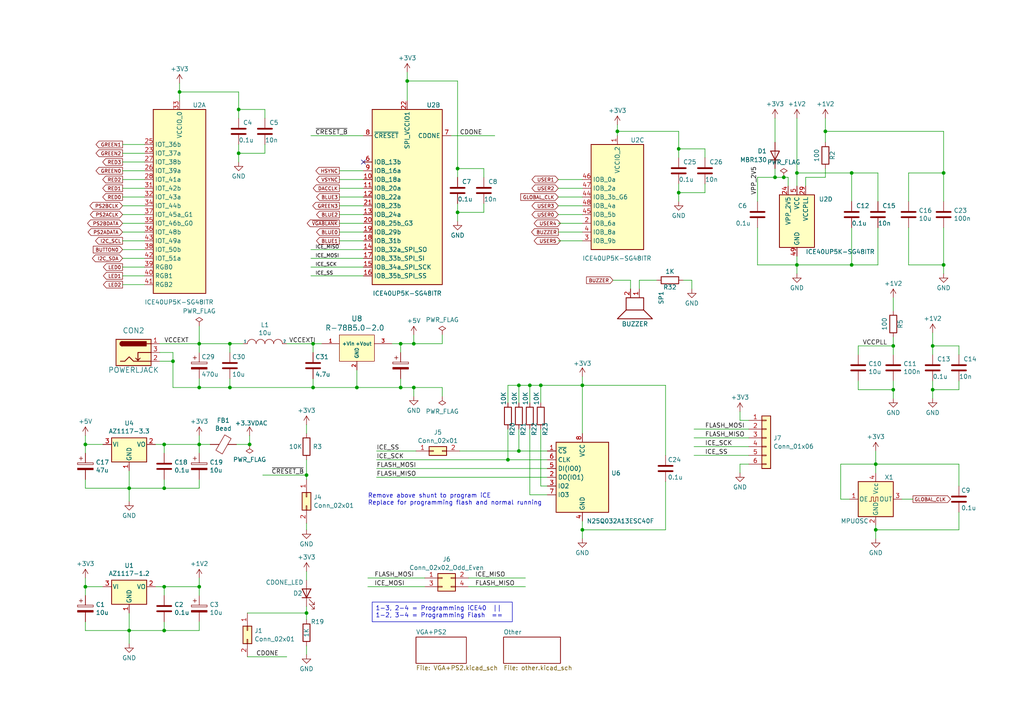
<source format=kicad_sch>
(kicad_sch (version 20230121) (generator eeschema)
  (paper "A4")
  (junction (at 273.685 76.835))
  (junction (at 147.32 133.35))
  (junction (at 227.33 51.435))
  (junction (at 47.625 182.88))
  (junction (at 24.765 170.18))
  (junction (at 259.08 100.33))
  (junction (at 168.91 111.76))
  (junction (at 57.785 170.18))
  (junction (at 57.785 99.695))
  (junction (at 66.675 99.695))
  (junction (at 90.805 99.695))
  (junction (at 224.79 51.435))
  (junction (at 247.015 50.165))
  (junction (at 72.39 128.905))
  (junction (at 66.675 112.395))
  (junction (at 239.395 38.1))
  (junction (at 47.625 170.18))
  (junction (at 47.625 128.905))
  (junction (at 150.495 111.76))
  (junction (at 132.715 61.595))
  (junction (at 24.765 128.905))
  (junction (at 118.11 23.495))
  (junction (at 231.14 50.165))
  (junction (at 150.495 130.81))
  (junction (at 259.08 113.03))
  (junction (at 179.07 38.1))
  (junction (at 196.85 43.18))
  (junction (at 50.165 104.775))
  (junction (at 52.07 26.67))
  (junction (at 88.9 177.8))
  (junction (at 120.015 112.395))
  (junction (at 273.685 50.165))
  (junction (at 254 134.62))
  (junction (at 90.805 112.395))
  (junction (at 88.9 137.795))
  (junction (at 116.205 99.695))
  (junction (at 196.85 55.88))
  (junction (at 156.845 111.76))
  (junction (at 69.215 31.75))
  (junction (at 69.215 44.45))
  (junction (at 231.14 76.835))
  (junction (at 132.715 48.895))
  (junction (at 116.205 112.395))
  (junction (at 120.015 99.695))
  (junction (at 168.91 153.67))
  (junction (at 37.465 182.88))
  (junction (at 247.015 76.835))
  (junction (at 103.505 112.395))
  (junction (at 57.785 112.395))
  (junction (at 153.67 111.76))
  (junction (at 270.51 100.33))
  (junction (at 254 153.67))
  (junction (at 57.785 128.905))
  (junction (at 37.465 141.605))
  (junction (at 270.51 113.03))
  (junction (at 47.625 141.605))
  (no_connect (at 105.41 46.99))
  (wire (pts (xy 35.56 77.47) (xy 41.91 77.47)))
  (wire (pts (xy 90.17 39.37) (xy 105.41 39.37)))
  (wire (pts (xy 66.675 99.695) (xy 66.675 102.235)))
  (wire (pts (xy 57.785 180.34) (xy 57.785 182.88)))
  (wire (pts (xy 35.56 64.77) (xy 41.91 64.77)))
  (wire (pts (xy 120.015 112.395) (xy 120.015 114.935)))
  (wire (pts (xy 179.07 36.195) (xy 179.07 38.1)))
  (wire (pts (xy 37.465 177.8) (xy 37.465 182.88)))
  (wire (pts (xy 278.13 102.87) (xy 278.13 100.33)))
  (wire (pts (xy 88.9 177.8) (xy 71.755 177.8)))
  (wire (pts (xy 161.925 57.15) (xy 168.91 57.15)))
  (wire (pts (xy 41.91 72.39) (xy 35.56 72.39)))
  (wire (pts (xy 201.295 132.08) (xy 217.17 132.08)))
  (wire (pts (xy 270.51 100.33) (xy 278.13 100.33)))
  (wire (pts (xy 147.32 133.35) (xy 158.75 133.35)))
  (wire (pts (xy 29.845 170.18) (xy 24.765 170.18)))
  (wire (pts (xy 46.355 102.235) (xy 50.165 102.235)))
  (wire (pts (xy 88.9 133.35) (xy 88.9 137.795)))
  (wire (pts (xy 37.465 141.605) (xy 37.465 145.415)))
  (wire (pts (xy 103.505 112.395) (xy 116.205 112.395)))
  (wire (pts (xy 196.85 43.18) (xy 204.47 43.18)))
  (wire (pts (xy 120.015 112.395) (xy 128.27 112.395)))
  (wire (pts (xy 233.68 51.435) (xy 239.395 51.435)))
  (wire (pts (xy 248.92 100.33) (xy 259.08 100.33)))
  (wire (pts (xy 98.425 62.23) (xy 105.41 62.23)))
  (wire (pts (xy 52.07 24.13) (xy 52.07 26.67)))
  (wire (pts (xy 259.08 86.36) (xy 259.08 90.17)))
  (wire (pts (xy 130.81 39.37) (xy 143.51 39.37)))
  (wire (pts (xy 239.395 38.1) (xy 239.395 41.275)))
  (wire (pts (xy 90.805 112.395) (xy 90.805 109.855)))
  (wire (pts (xy 76.2 137.795) (xy 88.9 137.795)))
  (wire (pts (xy 214.63 134.62) (xy 217.17 134.62)))
  (wire (pts (xy 57.785 131.445) (xy 57.785 128.905)))
  (wire (pts (xy 231.14 76.835) (xy 247.015 76.835)))
  (wire (pts (xy 228.6 51.435) (xy 227.33 51.435)))
  (wire (pts (xy 98.425 52.07) (xy 105.41 52.07)))
  (wire (pts (xy 270.51 96.52) (xy 270.51 100.33)))
  (wire (pts (xy 156.845 124.46) (xy 156.845 140.97)))
  (wire (pts (xy 69.215 44.45) (xy 69.215 41.91)))
  (wire (pts (xy 254 134.62) (xy 254 137.16)))
  (wire (pts (xy 88.9 187.325) (xy 88.9 189.865)))
  (wire (pts (xy 90.805 99.695) (xy 90.805 102.235)))
  (wire (pts (xy 98.425 57.15) (xy 105.41 57.15)))
  (wire (pts (xy 57.785 99.695) (xy 57.785 102.235)))
  (wire (pts (xy 239.395 38.1) (xy 273.685 38.1)))
  (wire (pts (xy 98.425 59.69) (xy 105.41 59.69)))
  (wire (pts (xy 106.68 167.64) (xy 123.19 167.64)))
  (wire (pts (xy 66.675 112.395) (xy 90.805 112.395)))
  (wire (pts (xy 161.925 64.77) (xy 168.91 64.77)))
  (wire (pts (xy 259.08 110.49) (xy 259.08 113.03)))
  (wire (pts (xy 263.525 66.04) (xy 263.525 76.835)))
  (wire (pts (xy 35.56 49.53) (xy 41.91 49.53)))
  (wire (pts (xy 214.63 137.16) (xy 214.63 134.62)))
  (wire (pts (xy 196.85 55.88) (xy 204.47 55.88)))
  (wire (pts (xy 278.13 110.49) (xy 278.13 113.03)))
  (wire (pts (xy 45.085 170.18) (xy 47.625 170.18)))
  (wire (pts (xy 37.465 182.88) (xy 24.765 182.88)))
  (wire (pts (xy 147.32 111.76) (xy 150.495 111.76)))
  (wire (pts (xy 66.675 99.695) (xy 70.485 99.695)))
  (wire (pts (xy 132.715 48.895) (xy 132.715 51.435)))
  (wire (pts (xy 161.925 62.23) (xy 168.91 62.23)))
  (wire (pts (xy 76.835 41.91) (xy 76.835 44.45)))
  (wire (pts (xy 35.56 52.07) (xy 41.91 52.07)))
  (wire (pts (xy 156.845 140.97) (xy 158.75 140.97)))
  (wire (pts (xy 88.9 123.19) (xy 88.9 125.73)))
  (wire (pts (xy 98.425 69.85) (xy 105.41 69.85)))
  (wire (pts (xy 278.13 140.97) (xy 278.13 134.62)))
  (wire (pts (xy 37.465 182.88) (xy 37.465 186.69)))
  (wire (pts (xy 57.785 99.695) (xy 66.675 99.695)))
  (wire (pts (xy 47.625 139.065) (xy 47.625 141.605)))
  (wire (pts (xy 224.79 34.29) (xy 224.79 41.275)))
  (wire (pts (xy 259.08 113.03) (xy 259.08 115.57)))
  (wire (pts (xy 214.63 121.92) (xy 217.17 121.92)))
  (wire (pts (xy 196.85 55.88) (xy 196.85 58.42)))
  (wire (pts (xy 47.625 182.88) (xy 57.785 182.88)))
  (wire (pts (xy 132.715 61.595) (xy 132.715 59.055)))
  (wire (pts (xy 231.14 50.165) (xy 231.14 53.975)))
  (wire (pts (xy 35.56 41.91) (xy 41.91 41.91)))
  (wire (pts (xy 239.395 48.895) (xy 239.395 51.435)))
  (wire (pts (xy 233.68 53.975) (xy 233.68 51.435)))
  (wire (pts (xy 35.56 59.69) (xy 41.91 59.69)))
  (wire (pts (xy 273.685 50.165) (xy 273.685 58.42)))
  (wire (pts (xy 24.765 141.605) (xy 24.765 139.065)))
  (wire (pts (xy 35.56 44.45) (xy 41.91 44.45)))
  (wire (pts (xy 98.425 67.31) (xy 105.41 67.31)))
  (wire (pts (xy 135.89 167.64) (xy 152.4 167.64)))
  (wire (pts (xy 46.355 99.695) (xy 57.785 99.695)))
  (wire (pts (xy 270.51 113.03) (xy 270.51 115.57)))
  (wire (pts (xy 90.17 74.93) (xy 105.41 74.93)))
  (wire (pts (xy 88.9 151.765) (xy 88.9 153.67)))
  (wire (pts (xy 278.13 153.67) (xy 254 153.67)))
  (wire (pts (xy 263.525 76.835) (xy 273.685 76.835)))
  (wire (pts (xy 227.33 51.435) (xy 224.79 51.435)))
  (wire (pts (xy 214.63 119.38) (xy 214.63 121.92)))
  (wire (pts (xy 37.465 136.525) (xy 37.465 141.605)))
  (wire (pts (xy 103.505 107.315) (xy 103.505 112.395)))
  (wire (pts (xy 196.85 38.1) (xy 196.85 43.18)))
  (wire (pts (xy 120.015 97.155) (xy 120.015 99.695)))
  (wire (pts (xy 168.91 153.67) (xy 193.04 153.67)))
  (wire (pts (xy 254 130.81) (xy 254 134.62)))
  (wire (pts (xy 243.84 134.62) (xy 254 134.62)))
  (wire (pts (xy 118.11 23.495) (xy 118.11 29.21)))
  (wire (pts (xy 185.42 83.82) (xy 185.42 81.28)))
  (wire (pts (xy 168.91 151.13) (xy 168.91 153.67)))
  (wire (pts (xy 182.88 81.28) (xy 182.88 83.82)))
  (wire (pts (xy 168.91 153.67) (xy 168.91 156.21)))
  (wire (pts (xy 231.14 50.165) (xy 247.015 50.165)))
  (wire (pts (xy 254 152.4) (xy 254 153.67)))
  (wire (pts (xy 98.425 64.77) (xy 105.41 64.77)))
  (wire (pts (xy 270.51 113.03) (xy 278.13 113.03)))
  (wire (pts (xy 47.625 128.905) (xy 57.785 128.905)))
  (wire (pts (xy 24.765 128.905) (xy 24.765 131.445)))
  (wire (pts (xy 247.015 76.835) (xy 247.015 66.04)))
  (wire (pts (xy 219.71 51.435) (xy 219.71 58.42)))
  (wire (pts (xy 29.845 128.905) (xy 24.765 128.905)))
  (wire (pts (xy 90.17 77.47) (xy 105.41 77.47)))
  (wire (pts (xy 200.66 81.28) (xy 200.66 83.82)))
  (wire (pts (xy 35.56 46.99) (xy 41.91 46.99)))
  (wire (pts (xy 247.015 76.835) (xy 254.635 76.835)))
  (wire (pts (xy 177.8 81.28) (xy 182.88 81.28)))
  (wire (pts (xy 273.685 66.04) (xy 273.685 76.835)))
  (wire (pts (xy 228.6 53.975) (xy 228.6 51.435)))
  (wire (pts (xy 37.465 182.88) (xy 47.625 182.88)))
  (wire (pts (xy 156.845 111.76) (xy 156.845 116.84)))
  (wire (pts (xy 150.495 111.76) (xy 150.495 116.84)))
  (wire (pts (xy 52.07 26.67) (xy 52.07 29.21)))
  (wire (pts (xy 161.925 59.69) (xy 168.91 59.69)))
  (wire (pts (xy 153.67 111.76) (xy 156.845 111.76)))
  (wire (pts (xy 47.625 172.72) (xy 47.625 170.18)))
  (wire (pts (xy 116.205 99.695) (xy 116.205 102.235)))
  (wire (pts (xy 109.22 138.43) (xy 158.75 138.43)))
  (wire (pts (xy 150.495 111.76) (xy 153.67 111.76)))
  (wire (pts (xy 140.335 59.055) (xy 140.335 61.595)))
  (wire (pts (xy 147.32 111.76) (xy 147.32 116.84)))
  (wire (pts (xy 45.085 128.905) (xy 47.625 128.905)))
  (wire (pts (xy 179.07 38.1) (xy 196.85 38.1)))
  (wire (pts (xy 254.635 66.04) (xy 254.635 76.835)))
  (wire (pts (xy 133.35 130.81) (xy 150.495 130.81)))
  (wire (pts (xy 168.91 125.73) (xy 168.91 111.76)))
  (wire (pts (xy 35.56 74.93) (xy 41.91 74.93)))
  (wire (pts (xy 132.715 61.595) (xy 140.335 61.595)))
  (wire (pts (xy 161.925 69.85) (xy 168.91 69.85)))
  (wire (pts (xy 50.165 104.775) (xy 46.355 104.775)))
  (wire (pts (xy 116.205 112.395) (xy 120.015 112.395)))
  (wire (pts (xy 88.9 177.8) (xy 88.9 179.705)))
  (wire (pts (xy 132.715 61.595) (xy 132.715 64.135)))
  (wire (pts (xy 247.015 50.165) (xy 254.635 50.165)))
  (wire (pts (xy 35.56 69.85) (xy 41.91 69.85)))
  (wire (pts (xy 71.755 190.5) (xy 83.185 190.5)))
  (wire (pts (xy 69.215 26.67) (xy 69.215 31.75)))
  (wire (pts (xy 24.765 170.18) (xy 24.765 167.64)))
  (wire (pts (xy 57.785 109.855) (xy 57.785 112.395)))
  (wire (pts (xy 90.805 112.395) (xy 103.505 112.395)))
  (wire (pts (xy 201.295 127) (xy 217.17 127)))
  (wire (pts (xy 66.675 112.395) (xy 66.675 109.855)))
  (wire (pts (xy 47.625 170.18) (xy 57.785 170.18)))
  (wire (pts (xy 88.9 165.735) (xy 88.9 168.275)))
  (wire (pts (xy 88.9 175.895) (xy 88.9 177.8)))
  (wire (pts (xy 57.785 139.065) (xy 57.785 141.605)))
  (wire (pts (xy 278.13 134.62) (xy 254 134.62)))
  (wire (pts (xy 69.215 31.75) (xy 76.835 31.75)))
  (wire (pts (xy 153.67 124.46) (xy 153.67 143.51)))
  (wire (pts (xy 128.27 112.395) (xy 128.27 114.935)))
  (wire (pts (xy 90.17 80.01) (xy 105.41 80.01)))
  (wire (pts (xy 150.495 130.81) (xy 158.75 130.81)))
  (wire (pts (xy 57.785 172.72) (xy 57.785 170.18)))
  (wire (pts (xy 273.685 76.835) (xy 273.685 79.375)))
  (wire (pts (xy 248.92 113.03) (xy 259.08 113.03)))
  (wire (pts (xy 204.47 53.34) (xy 204.47 55.88)))
  (wire (pts (xy 278.13 148.59) (xy 278.13 153.67)))
  (wire (pts (xy 193.04 111.76) (xy 193.04 132.08)))
  (wire (pts (xy 50.165 102.235) (xy 50.165 104.775)))
  (wire (pts (xy 224.79 51.435) (xy 219.71 51.435)))
  (wire (pts (xy 93.345 99.695) (xy 90.805 99.695)))
  (wire (pts (xy 24.765 170.18) (xy 24.765 172.72)))
  (wire (pts (xy 185.42 81.28) (xy 190.5 81.28)))
  (wire (pts (xy 161.925 67.31) (xy 168.91 67.31)))
  (wire (pts (xy 140.335 51.435) (xy 140.335 48.895)))
  (wire (pts (xy 98.425 54.61) (xy 105.41 54.61)))
  (wire (pts (xy 150.495 124.46) (xy 150.495 130.81)))
  (wire (pts (xy 57.785 99.695) (xy 57.785 94.615)))
  (wire (pts (xy 198.12 81.28) (xy 200.66 81.28)))
  (wire (pts (xy 106.68 170.18) (xy 123.19 170.18)))
  (wire (pts (xy 47.625 141.605) (xy 57.785 141.605)))
  (wire (pts (xy 35.56 54.61) (xy 41.91 54.61)))
  (wire (pts (xy 243.84 144.78) (xy 243.84 134.62)))
  (wire (pts (xy 161.925 52.07) (xy 168.91 52.07)))
  (wire (pts (xy 47.625 131.445) (xy 47.625 128.905)))
  (wire (pts (xy 231.14 76.835) (xy 231.14 79.375)))
  (wire (pts (xy 41.91 62.23) (xy 35.56 62.23)))
  (wire (pts (xy 201.295 129.54) (xy 217.17 129.54)))
  (wire (pts (xy 168.91 109.22) (xy 168.91 111.76)))
  (wire (pts (xy 109.22 133.35) (xy 147.32 133.35)))
  (wire (pts (xy 231.14 34.29) (xy 231.14 50.165)))
  (wire (pts (xy 196.85 55.88) (xy 196.85 53.34)))
  (wire (pts (xy 132.715 48.895) (xy 140.335 48.895)))
  (wire (pts (xy 270.51 113.03) (xy 270.51 110.49)))
  (wire (pts (xy 158.75 143.51) (xy 153.67 143.51)))
  (wire (pts (xy 270.51 100.33) (xy 270.51 102.87)))
  (wire (pts (xy 37.465 141.605) (xy 24.765 141.605)))
  (wire (pts (xy 35.56 57.15) (xy 41.91 57.15)))
  (wire (pts (xy 113.665 99.695) (xy 116.205 99.695)))
  (wire (pts (xy 132.715 23.495) (xy 132.715 48.895)))
  (wire (pts (xy 69.215 31.75) (xy 69.215 34.29)))
  (wire (pts (xy 37.465 141.605) (xy 47.625 141.605)))
  (wire (pts (xy 35.56 80.01) (xy 41.91 80.01)))
  (wire (pts (xy 47.625 180.34) (xy 47.625 182.88)))
  (wire (pts (xy 88.9 137.795) (xy 88.9 139.065)))
  (wire (pts (xy 116.205 109.855) (xy 116.205 112.395)))
  (wire (pts (xy 193.04 111.76) (xy 168.91 111.76)))
  (wire (pts (xy 69.215 44.45) (xy 69.215 46.99)))
  (wire (pts (xy 57.785 128.905) (xy 60.96 128.905)))
  (wire (pts (xy 57.785 126.365) (xy 57.785 128.905)))
  (wire (pts (xy 120.015 99.695) (xy 128.27 99.695)))
  (wire (pts (xy 24.765 182.88) (xy 24.765 180.34)))
  (wire (pts (xy 109.22 135.89) (xy 158.75 135.89)))
  (wire (pts (xy 259.08 97.79) (xy 259.08 100.33)))
  (wire (pts (xy 118.11 20.955) (xy 118.11 23.495)))
  (wire (pts (xy 263.525 58.42) (xy 263.525 50.165)))
  (wire (pts (xy 128.27 97.155) (xy 128.27 99.695)))
  (wire (pts (xy 76.835 34.29) (xy 76.835 31.75)))
  (wire (pts (xy 273.685 38.1) (xy 273.685 50.165)))
  (wire (pts (xy 201.295 124.46) (xy 217.17 124.46)))
  (wire (pts (xy 116.205 99.695) (xy 120.015 99.695)))
  (wire (pts (xy 69.215 44.45) (xy 76.835 44.45)))
  (wire (pts (xy 161.925 54.61) (xy 168.91 54.61)))
  (wire (pts (xy 35.56 82.55) (xy 41.91 82.55)))
  (wire (pts (xy 50.165 104.775) (xy 50.165 112.395)))
  (wire (pts (xy 204.47 45.72) (xy 204.47 43.18)))
  (wire (pts (xy 90.17 72.39) (xy 105.41 72.39)))
  (wire (pts (xy 41.91 67.31) (xy 35.56 67.31)))
  (wire (pts (xy 24.765 128.905) (xy 24.765 126.365)))
  (wire (pts (xy 246.38 144.78) (xy 243.84 144.78)))
  (wire (pts (xy 219.71 66.04) (xy 219.71 76.835)))
  (wire (pts (xy 168.91 111.76) (xy 156.845 111.76)))
  (wire (pts (xy 135.89 170.18) (xy 152.4 170.18)))
  (wire (pts (xy 147.32 124.46) (xy 147.32 133.35)))
  (wire (pts (xy 68.58 128.905) (xy 72.39 128.905)))
  (wire (pts (xy 72.39 128.905) (xy 72.39 126.365)))
  (wire (pts (xy 254 153.67) (xy 254 156.21)))
  (wire (pts (xy 231.14 74.295) (xy 231.14 76.835)))
  (wire (pts (xy 98.425 49.53) (xy 105.41 49.53)))
  (wire (pts (xy 254.635 50.165) (xy 254.635 58.42)))
  (wire (pts (xy 153.67 111.76) (xy 153.67 116.84)))
  (wire (pts (xy 193.04 139.7) (xy 193.04 153.67)))
  (wire (pts (xy 259.08 100.33) (xy 259.08 102.87)))
  (wire (pts (xy 239.395 34.29) (xy 239.395 38.1)))
  (wire (pts (xy 261.62 144.78) (xy 264.795 144.78)))
  (wire (pts (xy 52.07 26.67) (xy 69.215 26.67)))
  (wire (pts (xy 57.785 112.395) (xy 66.675 112.395)))
  (wire (pts (xy 219.71 76.835) (xy 231.14 76.835)))
  (wire (pts (xy 50.165 112.395) (xy 57.785 112.395)))
  (wire (pts (xy 248.92 102.87) (xy 248.92 100.33)))
  (wire (pts (xy 57.785 170.18) (xy 57.785 167.64)))
  (wire (pts (xy 248.92 110.49) (xy 248.92 113.03)))
  (wire (pts (xy 263.525 50.165) (xy 273.685 50.165)))
  (wire (pts (xy 179.07 38.1) (xy 179.07 39.37)))
  (wire (pts (xy 118.11 23.495) (xy 132.715 23.495)))
  (wire (pts (xy 247.015 50.165) (xy 247.015 58.42)))
  (wire (pts (xy 83.185 99.695) (xy 90.805 99.695)))
  (wire (pts (xy 109.22 130.81) (xy 120.65 130.81)))
  (wire (pts (xy 196.85 43.18) (xy 196.85 45.72)))
  (wire (pts (xy 224.79 48.895) (xy 224.79 51.435)))
  (text_box "1-3, 2-4 = Programming iCE40  ||\n1-2, 3-4 = Programming Flash  ==" (at 107.95 174.625 0) (size 40.64 5.715) (effects (font (size 1.27 1.27)) (justify left top)))
  (text "Remove above shunt to program iCE\nReplace for programming flash and normal running" (at 106.68 146.685 0) (effects (font (size 1.27 1.27)) (justify left bottom)))
  (label "CDONE" (at 133.35 39.37 0))
  (label "ICE_SCK" (at 91.44 77.47 0) (effects (font (size 1 1))))
  (label "CDONE" (at 74.295 190.5 0))
  (label "ICE_SS" (at 109.22 130.81 0))
  (label "VCCEXTI" (at 83.82 99.695 0))
  (label "FLASH_MOSI" (at 204.47 124.46 0))
  (label "FLASH_MOSI" (at 108.585 167.64 0))
  (label "FLASH_MISO" (at 137.795 170.18 0))
  (label "ICE_MOSI" (at 108.585 170.18 0))
  (label "~{CRESET_B}" (at 78.74 137.795 0))
  (label "~{CRESET_B}" (at 91.44 39.37 0))
  (label "ICE_MISO" (at 91.44 72.39 0) (effects (font (size 1 1))))
  (label "ICE_SCK" (at 109.22 133.35 0))
  (label "ICE_SS" (at 91.44 80.01 0) (effects (font (size 1 1))))
  (label "ICE_SS" (at 204.47 132.08 0))
  (label "FLASH_MISO" (at 109.22 138.43 0))
  (label "VCCEXT" (at 47.625 99.695 0))
  (label "ICE_MOSI" (at 91.44 74.93 0) (effects (font (size 1 1))))
  (label "FLASH_MOSI" (at 109.22 135.89 0))
  (label "ICE_MISO" (at 137.795 167.64 0))
  (label "VPP_2V5" (at 219.71 56.515 90))
  (label "ICE_SCK" (at 204.47 129.54 0))
  (label "VCCPLL" (at 250.19 100.33 0))
  (label "FLASH_MISO" (at 204.47 127 0))
  (global_label "BLUE3" (shape output) (at 98.425 57.15 180) (effects (font (size 1 1))) (property "Intersheetrefs" "${INTERSHEET_REFS}" (effects hide)))
  (global_label "HSYNC" (shape output) (at 98.425 49.53 180) (effects (font (size 1 1))) (property "Intersheetrefs" "${INTERSHEET_REFS}" (effects hide)))
  (global_label "RED2" (shape output) (at 35.56 52.07 180) (effects (font (size 1 1))) (property "Intersheetrefs" "${INTERSHEET_REFS}" (effects hide)))
  (global_label "RED3" (shape output) (at 35.56 46.99 180) (effects (font (size 1 1))) (property "Intersheetrefs" "${INTERSHEET_REFS}" (effects hide)))
  (global_label "PS2ADATA" (shape bidirectional) (at 35.56 67.31 180) (effects (font (size 1 1))) (property "Intersheetrefs" "${INTERSHEET_REFS}" (effects hide)))
  (global_label "BUZZER" (shape output) (at 161.925 67.31 180) (effects (font (size 1 1))) (property "Intersheetrefs" "${INTERSHEET_REFS}" (effects hide)))
  (global_label "LED0" (shape output) (at 35.56 77.47 180) (effects (font (size 1 1))) (property "Intersheetrefs" "${INTERSHEET_REFS}" (effects hide)))
  (global_label "GREEN0" (shape output) (at 35.56 49.53 180) (effects (font (size 1 1))) (property "Intersheetrefs" "${INTERSHEET_REFS}" (effects hide)))
  (global_label "GREEN2" (shape output) (at 35.56 44.45 180) (effects (font (size 1 1))) (property "Intersheetrefs" "${INTERSHEET_REFS}" (effects hide)))
  (global_label "USER4" (shape bidirectional) (at 162.56 64.77 180) (effects (font (size 1 1))) (property "Intersheetrefs" "${INTERSHEET_REFS}" (effects hide)))
  (global_label "LED2" (shape output) (at 35.56 82.55 180) (effects (font (size 1 1))) (property "Intersheetrefs" "${INTERSHEET_REFS}" (effects hide)))
  (global_label "USER5" (shape bidirectional) (at 162.56 69.85 180) (effects (font (size 1 1))) (property "Intersheetrefs" "${INTERSHEET_REFS}" (effects hide)))
  (global_label "I2C_SDA" (shape bidirectional) (at 35.56 74.93 180) (effects (font (size 1 1))) (property "Intersheetrefs" "${INTERSHEET_REFS}" (effects hide)))
  (global_label "BLUE1" (shape output) (at 98.425 69.85 180) (effects (font (size 1 1))) (property "Intersheetrefs" "${INTERSHEET_REFS}" (effects hide)))
  (global_label "BLUE2" (shape output) (at 98.425 62.23 180) (effects (font (size 1 1))) (property "Intersheetrefs" "${INTERSHEET_REFS}" (effects hide)))
  (global_label "BLUE0" (shape output) (at 98.425 67.31 180) (effects (font (size 1 1))) (property "Intersheetrefs" "${INTERSHEET_REFS}" (effects hide)))
  (global_label "~{VGABLANK}" (shape output) (at 98.425 64.77 180) (effects (font (size 1 1))) (property "Intersheetrefs" "${INTERSHEET_REFS}" (effects hide)))
  (global_label "USER2" (shape bidirectional) (at 161.925 54.61 180) (effects (font (size 1 1))) (property "Intersheetrefs" "${INTERSHEET_REFS}" (effects hide)))
  (global_label "PS2ACLK" (shape bidirectional) (at 35.56 62.23 180) (effects (font (size 1 1))) (property "Intersheetrefs" "${INTERSHEET_REFS}" (effects hide)))
  (global_label "VSYNC" (shape output) (at 98.425 52.07 180) (effects (font (size 1 1))) (property "Intersheetrefs" "${INTERSHEET_REFS}" (effects hide)))
  (global_label "BUZZER" (shape input) (at 177.8 81.28 180) (effects (font (size 0.9906 0.9906))) (property "Intersheetrefs" "${INTERSHEET_REFS}" (effects hide)))
  (global_label "PS2BDATA" (shape bidirectional) (at 35.56 64.77 180) (effects (font (size 1 1))) (property "Intersheetrefs" "${INTERSHEET_REFS}" (effects hide)))
  (global_label "USER0" (shape bidirectional) (at 161.925 62.23 180) (effects (font (size 1 1))) (property "Intersheetrefs" "${INTERSHEET_REFS}" (effects hide)))
  (global_label "GLOBAL_CLK" (shape output) (at 264.795 144.78 0) (effects (font (size 0.9906 0.9906))) (property "Intersheetrefs" "${INTERSHEET_REFS}" (effects hide)))
  (global_label "GREEN1" (shape output) (at 35.56 41.91 180) (effects (font (size 1 1))) (property "Intersheetrefs" "${INTERSHEET_REFS}" (effects hide)))
  (global_label "USER3" (shape bidirectional) (at 161.925 59.69 180) (effects (font (size 1 1))) (property "Intersheetrefs" "${INTERSHEET_REFS}" (effects hide)))
  (global_label "USER1" (shape bidirectional) (at 161.925 52.07 180) (effects (font (size 1 1))) (property "Intersheetrefs" "${INTERSHEET_REFS}" (effects hide)))
  (global_label "RED0" (shape output) (at 35.56 57.15 180) (effects (font (size 1 1))) (property "Intersheetrefs" "${INTERSHEET_REFS}" (effects hide)))
  (global_label "RED1" (shape output) (at 35.56 54.61 180) (effects (font (size 1 1))) (property "Intersheetrefs" "${INTERSHEET_REFS}" (effects hide)))
  (global_label "BUTTON0" (shape input) (at 35.56 72.39 180) (effects (font (size 1 1))) (property "Intersheetrefs" "${INTERSHEET_REFS}" (effects hide)))
  (global_label "GREEN3" (shape output) (at 98.425 59.69 180) (effects (font (size 1 1))) (property "Intersheetrefs" "${INTERSHEET_REFS}" (effects hide)))
  (global_label "DACCLK" (shape output) (at 98.425 54.61 180) (effects (font (size 1 1))) (property "Intersheetrefs" "${INTERSHEET_REFS}" (effects hide)))
  (global_label "I2C_SCL" (shape output) (at 35.56 69.85 180) (effects (font (size 1 1))) (property "Intersheetrefs" "${INTERSHEET_REFS}" (effects hide)))
  (global_label "GLOBAL_CLK" (shape input) (at 161.925 57.15 180) (effects (font (size 0.9906 0.9906))) (property "Intersheetrefs" "${INTERSHEET_REFS}" (effects hide)))
  (global_label "PS2BCLK" (shape bidirectional) (at 35.56 59.69 180) (effects (font (size 1 1))) (property "Intersheetrefs" "${INTERSHEET_REFS}" (effects hide)))
  (global_label "LED1" (shape output) (at 35.56 80.01 180) (effects (font (size 1 1))) (property "Intersheetrefs" "${INTERSHEET_REFS}" (effects hide)))
  (symbol (lib_id "Aslak:SR05S05") (at 103.505 100.965 0) (unit 1)
    (property "Reference" "U8" (at 103.505 92.4052 0) (effects (font (size 1.524 1.524))))
    (property "Value" "R-78B5.0-2.0 " (at 103.505 95.0976 0) (effects (font (size 1.524 1.524))))
    (property "Footprint" "Converter_DCDC:Converter_DCDC_RECOM_R-78E-0.5_THT" (effects hide))
  )
  (symbol (lib_id "power:GND") (at 259.08 115.57 0) (unit 1)
    (property "Reference" "#PWR016" (effects hide))
    (property "Value" "GND" (at 259.08 119.7031 0))
  )
  (symbol (lib_id "Device:R") (at 88.9 183.515 0) (unit 1)
    (property "Reference" "R19" (at 92.075 180.34 0))
    (property "Value" "1K" (at 88.9 183.515 90))
    (property "Footprint" "Resistor_SMD:R_0805_2012Metric" (effects hide))
  )
  (symbol (lib_id "Device:C") (at 273.685 62.23 0) (unit 1)
    (property "Reference" "C23" (at 276.606 61.0616 0) (effects (justify left)))
    (property "Value" "100n" (at 276.606 63.373 0) (effects (justify left)))
    (property "Footprint" "Capacitor_SMD:C_0805_2012Metric" (effects hide))
  )
  (symbol (lib_id "MAXI030-rescue:CP-Device") (at 57.785 106.045 0) (unit 1)
    (property "Reference" "C29" (at 58.42 103.505 0) (effects (justify left)))
    (property "Value" "470u" (at 58.42 108.585 0) (effects (justify left)))
    (property "Footprint" "Capacitor_SMD:CP_Elec_6.3x7.7" (effects hide))
  )
  (symbol (lib_id "Device:R") (at 156.845 120.65 0) (unit 1)
    (property "Reference" "R23" (at 158.115 124.46 90))
    (property "Value" "10K" (at 155.575 115.57 90))
    (property "Footprint" "Resistor_SMD:R_0805_2012Metric" (effects hide))
  )
  (symbol (lib_id "Oscillator:SG-210SED") (at 254 144.78 0) (unit 1)
    (property "Reference" "X1" (at 256.54 138.43 0) (effects (justify left)))
    (property "Value" "MPUOSC" (at 243.84 151.13 0) (effects (justify left)))
    (property "Footprint" "Oscillator:Oscillator_SMD_SeikoEpson_SG8002LB-4Pin_5.0x3.2mm" (effects hide))
    (property "Datasheet" "https://support.epson.biz/td/api/doc_check.php?mode=dl&lang=en&Parts=SG-210SED" (effects hide))
  )
  (symbol (lib_id "Device:C") (at 278.13 144.78 0) (unit 1)
    (property "Reference" "C9" (at 278.765 142.24 0) (effects (justify left)))
    (property "Value" "0.1u" (at 278.765 147.32 0) (effects (justify left)))
    (property "Footprint" "Capacitor_SMD:C_0805_2012Metric" (effects hide))
  )
  (symbol (lib_id "Device:C") (at 204.47 49.53 0) (unit 1)
    (property "Reference" "C26" (at 205.74 46.99 0) (effects (justify left)))
    (property "Value" "10n" (at 204.47 52.07 0) (effects (justify left)))
    (property "Footprint" "Capacitor_SMD:C_0805_2012Metric" (effects hide))
  )
  (symbol (lib_id "Connector_Generic:Conn_02x02_Odd_Even") (at 128.27 167.64 0) (unit 1)
    (property "Reference" "J6" (at 129.54 162.2257 0))
    (property "Value" "Conn_02x02_Odd_Even" (at 129.54 164.6499 0))
    (property "Footprint" "Connector_PinHeader_2.54mm:PinHeader_2x02_P2.54mm_Vertical" (effects hide))
  )
  (symbol (lib_id "power:PWR_FLAG") (at 128.27 114.935 180) (unit 1)
    (property "Reference" "#FLG04" (effects hide))
    (property "Value" "PWR_FLAG" (at 128.27 119.3292 0))
  )
  (symbol (lib_id "Device:CP") (at 57.785 135.255 0) (unit 1)
    (property "Reference" "C19" (at 60.7822 134.0866 0) (effects (justify left)))
    (property "Value" "10u" (at 60.7822 136.398 0) (effects (justify left)))
    (property "Footprint" "Capacitor_Tantalum_SMD:CP_EIA-3216-10_Kemet-I" (effects hide))
  )
  (symbol (lib_id "Device:Speaker") (at 185.42 88.9 270) (unit 1)
    (property "Reference" "SP1" (at 191.77 86.36 0))
    (property "Value" "BUZZER" (at 184.15 93.98 90))
    (property "Footprint" "Buzzer_Beeper:Buzzer_15x7.5RM7.6" (effects hide))
  )
  (symbol (lib_id "Connector_Generic:Conn_01x06") (at 222.25 127 0) (unit 1)
    (property "Reference" "J7" (at 224.282 127.0579 0) (effects (justify left)))
    (property "Value" "Conn_01x06" (at 224.282 129.4821 0) (effects (justify left)))
    (property "Footprint" "Connector_PinHeader_2.54mm:PinHeader_1x06_P2.54mm_Vertical" (effects hide))
  )
  (symbol (lib_id "power:+1V2") (at 231.14 34.29 0) (unit 1)
    (property "Reference" "#PWR08" (effects hide))
    (property "Value" "+1V2" (at 231.14 30.1569 0))
  )
  (symbol (lib_id "Device:C") (at 66.675 106.045 0) (unit 1)
    (property "Reference" "C30" (at 67.31 103.505 0) (effects (justify left)))
    (property "Value" "10u" (at 67.31 108.585 0) (effects (justify left)))
    (property "Footprint" "Capacitor_SMD:C_0805_2012Metric" (effects hide))
  )
  (symbol (lib_id "Device:C") (at 47.625 176.53 0) (unit 1)
    (property "Reference" "C2" (at 50.546 175.3616 0) (effects (justify left)))
    (property "Value" "0.1u" (at 50.546 177.673 0) (effects (justify left)))
    (property "Footprint" "Capacitor_SMD:C_0805_2012Metric" (effects hide))
  )
  (symbol (lib_id "power:+3V3") (at 88.9 123.19 0) (unit 1)
    (property "Reference" "#PWR035" (effects hide))
    (property "Value" "+3V3" (at 88.9 119.0569 0))
  )
  (symbol (lib_id "power:+3V3") (at 254 130.81 0) (unit 1)
    (property "Reference" "#PWR011" (effects hide))
    (property "Value" "+3V3" (at 254 126.6769 0))
  )
  (symbol (lib_id "power:+3.3VDAC") (at 72.39 126.365 0) (unit 1)
    (property "Reference" "#PWR034" (effects hide))
    (property "Value" "+3.3VDAC" (at 72.898 122.7328 0))
  )
  (symbol (lib_id "Device:C") (at 90.805 106.045 0) (unit 1)
    (property "Reference" "C31" (at 91.44 103.505 0) (effects (justify left)))
    (property "Value" "4.7u" (at 91.44 108.585 0) (effects (justify left)))
    (property "Footprint" "Capacitor_SMD:C_0805_2012Metric" (effects hide))
  )
  (symbol (lib_id "MAXI030-rescue:CP-Device") (at 116.205 106.045 0) (unit 1)
    (property "Reference" "C32" (effects hide))
    (property "Value" "10u" (effects hide))
    (property "Footprint" "Capacitor_SMD:CP_Elec_5x5.7" (effects hide))
  )
  (symbol (lib_id "Device:C") (at 140.335 55.245 0) (unit 1)
    (property "Reference" "C8" (at 141.605 52.705 0) (effects (justify left)))
    (property "Value" "10n" (at 140.335 57.785 0) (effects (justify left)))
    (property "Footprint" "Capacitor_SMD:C_0805_2012Metric" (effects hide))
  )
  (symbol (lib_id "Device:R") (at 194.31 81.28 270) (unit 1)
    (property "Reference" "R32" (at 194.31 83.312 90))
    (property "Value" "1K" (at 194.31 78.74 90))
    (property "Footprint" "Resistor_SMD:R_0805_2012Metric" (effects hide))
  )
  (symbol (lib_id "FPGA_Lattice:ICE40UP5K-SG48ITR") (at 179.07 57.15 0) (unit 3)
    (property "Reference" "U2" (at 182.88 40.64 0) (effects (justify left)))
    (property "Value" "ICE40UP5K-SG48ITR" (at 168.91 74.93 0) (effects (justify left)))
    (property "Footprint" "Package_DFN_QFN:QFN-48-1EP_7x7mm_P0.5mm_EP5.6x5.6mm" (effects hide))
    (property "Datasheet" "http://www.latticesemi.com/Products/FPGAandCPLD/iCE40Ultra" (effects hide))
  )
  (symbol (lib_id "power:+3V3") (at 214.63 119.38 0) (unit 1)
    (property "Reference" "#PWR041" (effects hide))
    (property "Value" "+3V3" (at 214.63 115.2469 0))
  )
  (symbol (lib_id "Device:C") (at 76.835 38.1 0) (unit 1)
    (property "Reference" "C5" (at 78.105 35.56 0) (effects (justify left)))
    (property "Value" "10n" (at 76.835 40.64 0) (effects (justify left)))
    (property "Footprint" "Capacitor_SMD:C_0805_2012Metric" (effects hide))
  )
  (symbol (lib_id "power:GND") (at 270.51 115.57 0) (unit 1)
    (property "Reference" "#PWR019" (effects hide))
    (property "Value" "GND" (at 270.51 119.7031 0))
  )
  (symbol (lib_id "Device:R") (at 239.395 45.085 0) (unit 1)
    (property "Reference" "R2" (at 241.427 45.085 90))
    (property "Value" "100" (at 236.855 45.085 90))
    (property "Footprint" "Resistor_SMD:R_0805_2012Metric" (effects hide))
  )
  (symbol (lib_id "power:GND") (at 37.465 186.69 0) (unit 1)
    (property "Reference" "#PWR02" (effects hide))
    (property "Value" "GND" (at 37.465 190.8231 0))
  )
  (symbol (lib_id "Device:R") (at 150.495 120.65 0) (unit 1)
    (property "Reference" "R21" (at 151.765 124.46 90))
    (property "Value" "10K" (at 149.225 115.57 90))
    (property "Footprint" "Resistor_SMD:R_0805_2012Metric" (effects hide))
  )
  (symbol (lib_id "power:GND") (at 254 156.21 0) (unit 1)
    (property "Reference" "#PWR012" (effects hide))
    (property "Value" "GND" (at 254 160.3431 0))
  )
  (symbol (lib_id "power:+1V2") (at 57.785 167.64 0) (unit 1)
    (property "Reference" "#PWR03" (effects hide))
    (property "Value" "+1V2" (at 57.785 163.5069 0))
  )
  (symbol (lib_id "Device:C") (at 270.51 106.68 0) (unit 1)
    (property "Reference" "C13" (at 271.78 104.14 0) (effects (justify left)))
    (property "Value" "0.1u" (at 270.51 109.22 0) (effects (justify left)))
    (property "Footprint" "Capacitor_SMD:C_0805_2012Metric" (effects hide))
  )
  (symbol (lib_id "power:GND") (at 214.63 137.16 0) (unit 1)
    (property "Reference" "#PWR042" (effects hide))
    (property "Value" "GND" (at 214.63 141.2931 0))
  )
  (symbol (lib_id "power:PWR_FLAG") (at 128.27 97.155 0) (unit 1)
    (property "Reference" "#FLG03" (effects hide))
    (property "Value" "PWR_FLAG" (at 128.27 92.7608 0))
  )
  (symbol (lib_id "FPGA_Lattice:ICE40UP5K-SG48ITR") (at 231.14 64.135 0) (unit 4)
    (property "Reference" "U2" (at 237.49 57.785 0) (effects (justify left)))
    (property "Value" "ICE40UP5K-SG48ITR" (at 233.68 73.025 0) (effects (justify left)))
    (property "Footprint" "Package_DFN_QFN:QFN-48-1EP_7x7mm_P0.5mm_EP5.6x5.6mm" (effects hide))
    (property "Datasheet" "http://www.latticesemi.com/Products/FPGAandCPLD/iCE40Ultra" (effects hide))
  )
  (symbol (lib_id "power:GND") (at 200.66 83.82 0) (unit 1)
    (property "Reference" "#PWR060" (effects hide))
    (property "Value" "GND" (at 200.66 87.9531 0))
  )
  (symbol (lib_id "power:GND") (at 168.91 156.21 0) (unit 1)
    (property "Reference" "#PWR040" (effects hide))
    (property "Value" "GND" (at 168.91 160.3431 0))
  )
  (symbol (lib_id "power:GND") (at 120.015 114.935 0) (unit 1)
    (property "Reference" "#PWR045" (effects hide))
    (property "Value" "GND" (at 120.015 119.0681 0))
  )
  (symbol (lib_id "Connector_Generic:Conn_02x01") (at 71.755 182.88 270) (unit 1)
    (property "Reference" "J1" (at 73.787 182.9379 90) (effects (justify left)))
    (property "Value" "Conn_02x01" (at 73.787 185.3621 90) (effects (justify left)))
    (property "Footprint" "Connector_PinHeader_2.54mm:PinHeader_2x01_P2.54mm_Vertical" (effects hide))
  )
  (symbol (lib_id "power:+5V") (at 24.765 126.365 0) (unit 1)
    (property "Reference" "#PWR022" (effects hide))
    (property "Value" "+5V" (at 24.765 122.2319 0))
  )
  (symbol (lib_id "FPGA_Lattice:ICE40UP5K-SG48ITR") (at 118.11 57.15 0) (unit 2)
    (property "Reference" "U2" (at 125.73 30.48 0))
    (property "Value" "ICE40UP5K-SG48ITR" (at 118.11 85.09 0))
    (property "Footprint" "Package_DFN_QFN:QFN-48-1EP_7x7mm_P0.5mm_EP5.6x5.6mm" (effects hide))
    (property "Datasheet" "http://www.latticesemi.com/Products/FPGAandCPLD/iCE40Ultra" (effects hide))
  )
  (symbol (lib_id "Device:C") (at 248.92 106.68 0) (unit 1)
    (property "Reference" "C10" (at 251.841 105.5116 0) (effects (justify left)))
    (property "Value" "10u" (at 251.841 107.823 0) (effects (justify left)))
    (property "Footprint" "Capacitor_SMD:C_0805_2012Metric" (effects hide))
  )
  (symbol (lib_id "Device:C") (at 278.13 106.68 0) (unit 1)
    (property "Reference" "C14" (at 279.4 104.14 0) (effects (justify left)))
    (property "Value" "10n" (at 278.13 109.22 0) (effects (justify left)))
    (property "Footprint" "Capacitor_SMD:C_0805_2012Metric" (effects hide))
  )
  (symbol (lib_id "power:+5V") (at 120.015 97.155 0) (unit 1)
    (property "Reference" "#PWR044" (effects hide))
    (property "Value" "+5V" (at 120.015 93.0219 0))
  )
  (symbol (lib_id "power:+3V3") (at 118.11 20.955 0) (unit 1)
    (property "Reference" "#PWR09" (effects hide))
    (property "Value" "+3V3" (at 118.11 16.8219 0))
  )
  (symbol (lib_id "Connector:Barrel_Jack_Switch") (at 38.735 102.235 0) (unit 1)
    (property "Reference" "CON2" (at 38.735 95.885 0) (effects (font (size 1.524 1.524))))
    (property "Value" "POWERLJACK" (at 38.735 107.315 0) (effects (font (size 1.524 1.524))))
    (property "Footprint" "Connector_BarrelJack:BarrelJack_Horizontal" (effects hide))
  )
  (symbol (lib_id "power:GND") (at 196.85 58.42 0) (unit 1)
    (property "Reference" "#PWR043" (effects hide))
    (property "Value" "GND" (at 196.85 62.5531 0))
  )
  (symbol (lib_id "Device:R") (at 88.9 129.54 0) (unit 1)
    (property "Reference" "R3" (at 92.075 129.54 0))
    (property "Value" "10K" (at 85.725 129.54 0))
    (property "Footprint" "Resistor_SMD:R_0805_2012Metric" (effects hide))
  )
  (symbol (lib_id "power:+3V3") (at 168.91 109.22 0) (unit 1)
    (property "Reference" "#PWR039" (effects hide))
    (property "Value" "+3V3" (at 168.91 105.41 0))
  )
  (symbol (lib_id "Device:CP") (at 57.785 176.53 0) (unit 1)
    (property "Reference" "C3" (at 60.7822 175.3616 0) (effects (justify left)))
    (property "Value" "10u" (at 60.7822 177.673 0) (effects (justify left)))
    (property "Footprint" "Capacitor_Tantalum_SMD:CP_EIA-3216-10_Kemet-I" (effects hide))
  )
  (symbol (lib_id "power:GND") (at 37.465 145.415 0) (unit 1)
    (property "Reference" "#PWR014" (effects hide))
    (property "Value" "GND" (at 37.465 149.5481 0))
  )
  (symbol (lib_id "power:+3V3") (at 224.79 34.29 0) (unit 1)
    (property "Reference" "#PWR07" (effects hide))
    (property "Value" "+3V3" (at 224.79 30.1569 0))
  )
  (symbol (lib_id "Video+Sound-rescue:Ferrite_Bead-Device") (at 64.77 128.905 270) (unit 1)
    (property "Reference" "FB1" (at 64.77 121.9454 90))
    (property "Value" "Bead" (at 64.77 124.2568 90))
    (property "Footprint" "Inductor_SMD:L_1206_3216Metric" (effects hide))
  )
  (symbol (lib_id "Device:C") (at 219.71 62.23 0) (unit 1)
    (property "Reference" "C6" (at 213.995 59.69 0) (effects (justify left)))
    (property "Value" "0.1u" (at 213.36 64.77 0) (effects (justify left)))
    (property "Footprint" "Capacitor_SMD:C_0805_2012Metric" (effects hide))
  )
  (symbol (lib_id "power:+1V2") (at 239.395 34.29 0) (unit 1)
    (property "Reference" "#PWR020" (effects hide))
    (property "Value" "+1V2" (at 239.395 30.1569 0))
  )
  (symbol (lib_id "Device:D") (at 224.79 45.085 90) (unit 1)
    (property "Reference" "D1" (at 219.71 43.815 90) (effects (justify right)))
    (property "Value" "MBR130" (at 214.63 46.355 90) (effects (justify right)))
    (property "Footprint" "Diode_SMD:D_SOD-123" (effects hide))
    (property "Sim.Device" "D" (effects hide))
    (property "Sim.Pins" "1=K 2=A" (effects hide))
  )
  (symbol (lib_id "power:GND") (at 88.9 189.865 0) (unit 1)
    (property "Reference" "#PWR038" (effects hide))
    (property "Value" "GND" (at 88.9 193.9981 0))
  )
  (symbol (lib_id "Connector_Generic:Conn_02x01") (at 125.73 130.81 0) (unit 1)
    (property "Reference" "J5" (at 127 125.3957 0))
    (property "Value" "Conn_02x01" (at 127 127.8199 0))
    (property "Footprint" "Connector_PinHeader_2.54mm:PinHeader_2x01_P2.54mm_Vertical" (effects hide))
  )
  (symbol (lib_id "power:+3V3") (at 24.765 167.64 0) (unit 1)
    (property "Reference" "#PWR01" (effects hide))
    (property "Value" "+3V3" (at 24.765 163.5069 0))
  )
  (symbol (lib_id "Device:C") (at 247.015 62.23 0) (unit 1)
    (property "Reference" "C12" (at 248.285 59.69 0) (effects (justify left)))
    (property "Value" "0.1u" (at 247.015 64.77 0) (effects (justify left)))
    (property "Footprint" "Capacitor_SMD:C_0805_2012Metric" (effects hide))
  )
  (symbol (lib_id "Device:C") (at 259.08 106.68 0) (unit 1)
    (property "Reference" "C11" (at 262.001 105.5116 0) (effects (justify left)))
    (property "Value" "100n" (at 262.001 107.823 0) (effects (justify left)))
    (property "Footprint" "Capacitor_SMD:C_0805_2012Metric" (effects hide))
  )
  (symbol (lib_id "Device:C") (at 69.215 38.1 0) (unit 1)
    (property "Reference" "C4" (at 70.485 35.56 0) (effects (justify left)))
    (property "Value" "0.1u" (at 69.215 40.64 0) (effects (justify left)))
    (property "Footprint" "Capacitor_SMD:C_0805_2012Metric" (effects hide))
  )
  (symbol (lib_id "power:GND") (at 273.685 79.375 0) (unit 1)
    (property "Reference" "#PWR021" (effects hide))
    (property "Value" "GND" (at 273.685 83.5081 0))
  )
  (symbol (lib_id "Device:C") (at 263.525 62.23 0) (unit 1)
    (property "Reference" "C16" (at 266.446 61.0616 0) (effects (justify left)))
    (property "Value" "10u" (at 266.446 63.373 0) (effects (justify left)))
    (property "Footprint" "Capacitor_SMD:C_0805_2012Metric" (effects hide))
  )
  (symbol (lib_id "MAXI030-rescue:INDUCTOR-pspice") (at 76.835 99.695 0) (unit 1)
    (property "Reference" "L1" (at 76.835 94.234 0))
    (property "Value" "10u" (at 76.835 96.5454 0))
    (property "Footprint" "Inductor_SMD:L_12x12mm_H4.5mm" (effects hide))
  )
  (symbol (lib_id "Memory_Flash:W25Q32JVSS") (at 168.91 138.43 0) (unit 1)
    (property "Reference" "U6" (at 177.292 137.2179 0) (effects (justify left)))
    (property "Value" "N25Q032A13ESC40F" (at 170.18 151.13 0) (effects (justify left)))
    (property "Footprint" "Package_SO:SOP-8_3.9x4.9mm_P1.27mm" (effects hide))
    (property "Datasheet" "http://www.winbond.com/resource-files/w25q32jv%20revg%2003272018%20plus.pdf" (effects hide))
  )
  (symbol (lib_id "power:+3V3") (at 57.785 126.365 0) (unit 1)
    (property "Reference" "#PWR06" (effects hide))
    (property "Value" "+3V3" (at 57.785 122.2319 0))
  )
  (symbol (lib_id "power:+1V2") (at 259.08 86.36 0) (unit 1)
    (property "Reference" "#PWR015" (effects hide))
    (property "Value" "+1V2" (at 259.08 82.2269 0))
  )
  (symbol (lib_id "power:GND") (at 88.9 153.67 0) (unit 1)
    (property "Reference" "#PWR036" (effects hide))
    (property "Value" "GND" (at 88.9 157.8031 0))
  )
  (symbol (lib_id "Device:CP") (at 24.765 135.255 0) (unit 1)
    (property "Reference" "C17" (at 27.7622 134.0866 0) (effects (justify left)))
    (property "Value" "47u" (at 27.7622 136.398 0) (effects (justify left)))
    (property "Footprint" "Capacitor_Tantalum_SMD:CP_EIA-7343-15_Kemet-W" (effects hide))
  )
  (symbol (lib_id "power:GND") (at 132.715 64.135 0) (unit 1)
    (property "Reference" "#PWR010" (effects hide))
    (property "Value" "GND" (at 132.715 68.2681 0))
  )
  (symbol (lib_id "power:+3V3") (at 179.07 36.195 0) (unit 1)
    (property "Reference" "#PWR013" (effects hide))
    (property "Value" "+3V3" (at 179.07 32.0619 0))
  )
  (symbol (lib_id "Device:C") (at 132.715 55.245 0) (unit 1)
    (property "Reference" "C7" (at 133.985 52.705 0) (effects (justify left)))
    (property "Value" "0.1u" (at 132.715 57.785 0) (effects (justify left)))
    (property "Footprint" "Capacitor_SMD:C_0805_2012Metric" (effects hide))
  )
  (symbol (lib_id "power:GND") (at 69.215 46.99 0) (unit 1)
    (property "Reference" "#PWR05" (effects hide))
    (property "Value" "GND" (at 69.215 51.1231 0))
  )
  (symbol (lib_id "Regulator_Linear:AZ1117-1.2") (at 37.465 128.905 0) (unit 1)
    (property "Reference" "U4" (at 37.465 122.7582 0))
    (property "Value" "AZ1117-3.3" (at 37.465 125.0696 0))
    (property "Footprint" "Package_TO_SOT_SMD:SOT-223-3_TabPin2" (effects hide))
    (property "Datasheet" "https://www.diodes.com/assets/Datasheets/AZ1117.pdf" (effects hide))
  )
  (symbol (lib_id "Device:C") (at 196.85 49.53 0) (unit 1)
    (property "Reference" "C25" (at 198.12 46.99 0) (effects (justify left)))
    (property "Value" "0.1u" (at 196.85 52.07 0) (effects (justify left)))
    (property "Footprint" "Capacitor_SMD:C_0805_2012Metric" (effects hide))
  )
  (symbol (lib_id "FPGA_Lattice:ICE40UP5K-SG48ITR") (at 52.07 57.15 0) (unit 1)
    (property "Reference" "U2" (at 55.88 30.48 0) (effects (justify left)))
    (property "Value" "ICE40UP5K-SG48ITR" (at 41.91 87.63 0) (effects (justify left)))
    (property "Footprint" "Package_DFN_QFN:QFN-48-1EP_7x7mm_P0.5mm_EP5.6x5.6mm" (effects hide))
    (property "Datasheet" "http://www.latticesemi.com/Products/FPGAandCPLD/iCE40Ultra" (effects hide))
  )
  (symbol (lib_id "Device:R") (at 259.08 93.98 0) (unit 1)
    (property "Reference" "R5" (at 261.112 93.98 90))
    (property "Value" "100" (at 256.54 93.98 90))
    (property "Footprint" "Resistor_SMD:R_0805_2012Metric" (effects hide))
  )
  (symbol (lib_id "Regulator_Linear:AZ1117-1.2") (at 37.465 170.18 0) (unit 1)
    (property "Reference" "U1" (at 37.465 164.0332 0))
    (property "Value" "AZ1117-1.2" (at 37.465 166.3446 0))
    (property "Footprint" "Package_TO_SOT_SMD:SOT-223-3_TabPin2" (effects hide))
    (property "Datasheet" "https://www.diodes.com/assets/Datasheets/AZ1117.pdf" (effects hide))
  )
  (symbol (lib_id "Device:R") (at 147.32 120.65 0) (unit 1)
    (property "Reference" "R20" (at 148.59 124.46 90))
    (property "Value" "10K" (at 146.05 115.57 90))
    (property "Footprint" "Resistor_SMD:R_0805_2012Metric" (effects hide))
  )
  (symbol (lib_id "Connector_Generic:Conn_02x01") (at 88.9 144.145 270) (unit 1)
    (property "Reference" "J4" (at 90.932 144.2029 90) (effects (justify left)))
    (property "Value" "Conn_02x01" (at 90.932 146.6271 90) (effects (justify left)))
    (property "Footprint" "Connector_PinHeader_2.54mm:PinHeader_2x01_P2.54mm_Vertical" (effects hide))
  )
  (symbol (lib_id "power:+1V2") (at 270.51 96.52 0) (unit 1)
    (property "Reference" "#PWR018" (effects hide))
    (property "Value" "+1V2" (at 270.51 92.3869 0))
  )
  (symbol (lib_id "Device:R") (at 153.67 120.65 0) (unit 1)
    (property "Reference" "R22" (at 154.94 124.46 90))
    (property "Value" "10K" (at 152.4 115.57 90))
    (property "Footprint" "Resistor_SMD:R_0805_2012Metric" (effects hide))
  )
  (symbol (lib_id "Device:C") (at 47.625 135.255 0) (unit 1)
    (property "Reference" "C18" (at 50.546 134.0866 0) (effects (justify left)))
    (property "Value" "0.1u" (at 50.546 136.398 0) (effects (justify left)))
    (property "Footprint" "Capacitor_SMD:C_0805_2012Metric" (effects hide))
  )
  (symbol (lib_id "Device:C") (at 193.04 135.89 0) (unit 1)
    (property "Reference" "C24" (at 193.675 133.35 0) (effects (justify left)))
    (property "Value" "0.1u" (at 193.675 138.43 0) (effects (justify left)))
    (property "Footprint" "Capacitor_SMD:C_0805_2012Metric" (effects hide))
  )
  (symbol (lib_id "Device:LED") (at 88.9 172.085 90) (unit 1)
    (property "Reference" "D2" (at 86.36 172.085 90))
    (property "Value" "CDONE_LED" (at 82.55 168.91 90))
    (property "Footprint" "LED_SMD:LED_1210_3225Metric" (effects hide))
  )
  (symbol (lib_id "power:+3V3") (at 52.07 24.13 0) (unit 1)
    (property "Reference" "#PWR04" (effects hide))
    (property "Value" "+3V3" (at 52.07 19.9969 0))
  )
  (symbol (lib_id "power:PWR_FLAG") (at 57.785 94.615 0) (unit 1)
    (property "Reference" "#FLG06" (effects hide))
    (property "Value" "PWR_FLAG" (at 57.785 90.2208 0))
  )
  (symbol (lib_id "power:GND") (at 231.14 79.375 0) (unit 1)
    (property "Reference" "#PWR017" (effects hide))
    (property "Value" "GND" (at 231.14 83.5081 0))
  )
  (symbol (lib_id "power:PWR_FLAG") (at 227.33 51.435 0) (unit 1)
    (property "Reference" "#FLG01" (effects hide))
    (property "Value" "PWR_FLAG" (at 227.33 47.0408 0))
  )
  (symbol (lib_id "Device:C") (at 254.635 62.23 0) (unit 1)
    (property "Reference" "C15" (at 255.905 59.69 0) (effects (justify left)))
    (property "Value" "10n" (at 254.635 64.77 0) (effects (justify left)))
    (property "Footprint" "Capacitor_SMD:C_0805_2012Metric" (effects hide))
  )
  (symbol (lib_id "Device:CP") (at 24.765 176.53 0) (unit 1)
    (property "Reference" "C1" (at 27.7622 175.3616 0) (effects (justify left)))
    (property "Value" "10u" (at 27.7622 177.673 0) (effects (justify left)))
    (property "Footprint" "Capacitor_Tantalum_SMD:CP_EIA-3216-10_Kemet-I" (effects hide))
  )
  (symbol (lib_id "power:PWR_FLAG") (at 72.39 128.905 180) (unit 1)
    (property "Reference" "#FLG02" (effects hide))
    (property "Value" "PWR_FLAG" (at 72.39 133.2992 0))
  )
  (symbol (lib_id "power:+3V3") (at 88.9 165.735 0) (unit 1)
    (property "Reference" "#PWR037" (effects hide))
    (property "Value" "+3V3" (at 88.9 161.6019 0))
  )
  (sheet (at 120.65 184.785) (size 14.605 7.62) (stroke (width 0.1524))
    (property "Sheetname" "VGA+PS2" (at 120.65 184.0734 0) (effects (justify left bottom)))
    (property "Sheetfile" "VGA+PS2.kicad_sch" (at 120.65 192.9896 0) (effects (justify left top)))
  )
  (sheet (at 146.05 184.785) (size 16.51 7.62) (stroke (width 0.1524))
    (property "Sheetname" "Other" (at 146.05 184.0734 0) (effects (justify left bottom)))
    (property "Sheetfile" "other.kicad_sch" (at 146.05 192.9896 0) (effects (justify left top)))
  )
)
</source>
